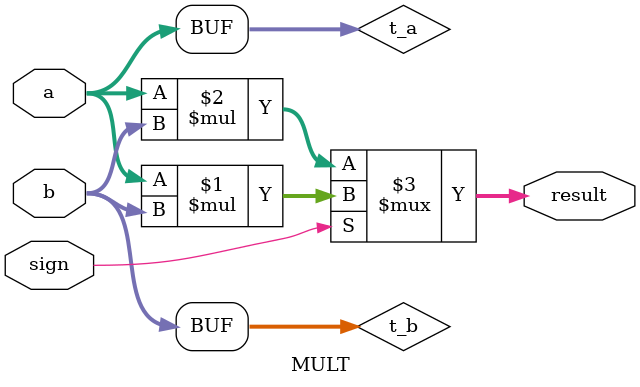
<source format=v>
`timescale 1ns / 1ps

module MULT(
    input [31:0] a,
    input [31:0] b,
    input sign,
    //output [31:0] data_hi,
    //output [31:0] data_lo
    output [63:0] result
    );
    wire signed [31:0]t_a;
    wire signed [31:0]t_b;

    assign t_a=a;
    assign t_b=b;
    
    assign result = sign ? t_a*t_b : a*b;
    
endmodule

</source>
